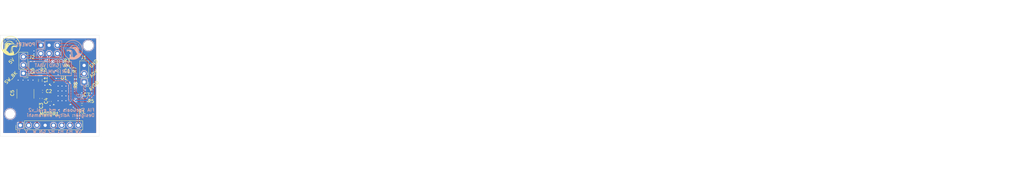
<source format=kicad_pcb>
(kicad_pcb (version 20241229) (generator "pcbnew") (generator_version "9.0")
  (layers (0 "F.Cu" signal) (2 "B.Cu" signal) (13 "F.Paste" user) (15 "B.Paste" user) (5 "F.SilkS" user "F.Silkscreen") (7 "B.SilkS" user "B.Silkscreen") (1 "F.Mask" user) (3 "B.Mask" user) (25 "Edge.Cuts" user))
  (net 0 "")
  (net 1 "GND")
  (net 2 "Net-(U1-ILIM)")
  (net 3 "/PWM")
  (net 4 "/DIR")
  (net 5 "/SW_BK")
  (net 6 "Net-(U1-CP)")
  (net 7 "Net-(J1-Pin_2)")
  (net 8 "Net-(U1-SW_BK)")
  (net 9 "/W")
  (net 10 "/H3")
  (net 11 "/H1")
  (net 12 "/H2")
  (net 13 "/FGOUT")
  (net 14 "/U")
  (net 15 "/V")
  (net 16 "Net-(U1-SLEW)")
  (net 17 "Net-(U1-ADVANCE)")
  (net 18 "/AVDD")
  (net 19 "/Vbat")
  (net 20 "/5V")
  (net 21 "Net-(U1-VSEL_BK)")
  (net 22 "Net-(U1-CPH)")
  (net 23 "Net-(U1-CPL)")
  (net 25 "/nFault")
  (net 29 "Net-(J2-Pin_2)")
  (footprint "Resistor_SMD:R_0603_1608Metric" (layer "F.Cu") (at 105.845067 43.465046 180)
    (property "Reference" "R4" (at -2.604933 0.265046 0) (layer "F.SilkS") (effects (font (thickness 0.17))))
    (property "Value" "20k")
    (pad "1" smd roundrect (at -0.825 0 180) (size 0.8 0.95) (layers "F.Cu" "F.Mask" "F.Paste") (net 2 "Net-(U1-ILIM)"))
    (pad "2" smd roundrect (at 0.825 0 180) (size 0.8 0.95) (layers "F.Cu" "F.Mask" "F.Paste") (net 1 "GND"))
  )
  (footprint "Resistor_SMD:R_0402_1005Metric" (layer "F.Cu") (at 109.6 45.85)
    (property "Reference" "R7" (at 1.2 -1.4 90) (layer "F.SilkS") (effects (font (thickness 0.17))))
    (property "Value" "22k")
    (pad "1" smd roundrect (at -0.509999 0) (size 0.54 0.64) (layers "F.Cu" "F.Mask" "F.Paste") (net 17 "Net-(U1-ADVANCE)"))
    (pad "2" smd roundrect (at 0.509999 0) (size 0.54 0.64) (layers "F.Cu" "F.Mask" "F.Paste") (net 7 "Net-(J1-Pin_2)"))
  )
  (footprint "Capacitor_SMD:C_0402_1005Metric" (layer "F.Cu") (at 100.922267 51.072484)
    (property "Reference" "C2" (at 1.9378 -0.02 0) (layer "F.SilkS") (effects (font (thickness 0.17))))
    (property "Value" "47nF")
    (pad "1" smd roundrect (at -0.48 0) (size 0.56 0.62) (layers "F.Cu" "F.Mask" "F.Paste") (net 22 "Net-(U1-CPH)"))
    (pad "2" smd roundrect (at 0.48 0) (size 0.56 0.62) (layers "F.Cu" "F.Mask" "F.Paste") (net 23 "Net-(U1-CPL)"))
  )
  (footprint "MotorDriver:RGF0040E-IPC_A" (layer "F.Cu") (at 106.890994 51.702447)
    (property "Reference" "U1" (at 0.609006 -4.702447 0) (layer "F.SilkS") (effects (font (thickness 0.17))))
    (property "Value" "MCT8316Z0TRGFR")
    (pad "1" smd rect (at -2.503033 -2.75 90) (size 0.242473 0.906066) (layers "F.Cu" "F.Mask" "F.Paste"))
    (pad "2" smd rect (at -2.503033 -2.250001 90) (size 0.242473 0.906066) (layers "F.Cu" "F.Mask" "F.Paste") (net 1 "GND"))
    (pad "3" smd rect (at -2.503033 -1.749999 90) (size 0.242473 0.906066) (layers "F.Cu" "F.Mask" "F.Paste") (net 5 "/SW_BK"))
    (pad "4" smd rect (at -2.503033 -1.25 90) (size 0.242473 0.906066) (layers "F.Cu" "F.Mask" "F.Paste") (net 1 "GND"))
    (pad "5" smd rect (at -2.503033 -0.750001 90) (size 0.242473 0.906066) (layers "F.Cu" "F.Mask" "F.Paste") (net 8 "Net-(U1-SW_BK)"))
    (pad "6" smd rect (at -2.503033 -0.25 90) (size 0.242473 0.906066) (layers "F.Cu" "F.Mask" "F.Paste") (net 23 "Net-(U1-CPL)"))
    (pad "7" smd rect (at -2.503033 0.25 90) (size 0.242473 0.906066) (layers "F.Cu" "F.Mask" "F.Paste") (net 22 "Net-(U1-CPH)"))
    (pad "8" smd rect (at -2.503033 0.750001 90) (size 0.242473 0.906066) (layers "F.Cu" "F.Mask" "F.Paste") (net 6 "Net-(U1-CP)"))
    (pad "9" smd rect (at -2.503033 1.25 90) (size 0.242473 0.906066) (layers "F.Cu" "F.Mask" "F.Paste") (net 19 "/Vbat"))
    (pad "10" smd rect (at -2.503033 1.749999 90) (size 0.242473 0.906066) (layers "F.Cu" "F.Mask" "F.Paste") (net 19 "/Vbat"))
    (pad "11" smd rect (at -2.503033 2.250001 90) (size 0.242473 0.906066) (layers "F.Cu" "F.Mask" "F.Paste") (net 19 "/Vbat"))
    (pad "12" smd rect (at -2.503033 2.75 90) (size 0.242473 0.906066) (layers "F.Cu" "F.Mask" "F.Paste") (net 1 "GND"))
    (pad "13" smd rect (at -1.749999 3.503033) (size 0.242473 0.906066) (layers "F.Cu" "F.Mask" "F.Paste") (net 14 "/U"))
    (pad "14" smd rect (at -1.25 3.503033) (size 0.242473 0.906066) (layers "F.Cu" "F.Mask" "F.Paste") (net 14 "/U"))
    (pad "15" smd rect (at -0.750001 3.503033) (size 0.242473 0.906066) (layers "F.Cu" "F.Mask" "F.Paste") (net 1 "GND"))
    (pad "16" smd rect (at -0.25 3.503033) (size 0.242473 0.906066) (layers "F.Cu" "F.Mask" "F.Paste") (net 15 "/V"))
    (pad "17" smd rect (at 0.25 3.503033) (size 0.242473 0.906066) (layers "F.Cu" "F.Mask" "F.Paste") (net 15 "/V"))
    (pad "18" smd rect (at 0.750001 3.503033) (size 0.242473 0.906066) (layers "F.Cu" "F.Mask" "F.Paste") (net 1 "GND"))
    (pad "19" smd rect (at 1.25 3.503033) (size 0.242473 0.906066) (layers "F.Cu" "F.Mask" "F.Paste") (net 9 "/W"))
    (pad "20" smd rect (at 1.749999 3.503033) (size 0.242473 0.906066) (layers "F.Cu" "F.Mask" "F.Paste") (net 9 "/W"))
    (pad "21" smd rect (at 2.503033 2.75 90) (size 0.242473 0.906066) (layers "F.Cu" "F.Mask" "F.Paste") (net 1 "GND"))
    (pad "22" smd rect (at 2.503033 2.250001 90) (size 0.242473 0.906066) (layers "F.Cu" "F.Mask" "F.Paste") (net 25 "/nFault"))
    (pad "23" smd rect (at 2.503033 1.749999 90) (size 0.242473 0.906066) (layers "F.Cu" "F.Mask" "F.Paste") (net 20 "/5V"))
    (pad "24" smd rect (at 2.503033 1.25 90) (size 0.242473 0.906066) (layers "F.Cu" "F.Mask" "F.Paste") (net 21 "Net-(U1-VSEL_BK)"))
    (pad "25" smd rect (at 2.503033 0.750001 90) (size 0.242473 0.906066) (layers "F.Cu" "F.Mask" "F.Paste") (net 18 "/AVDD"))
    (pad "26" smd rect (at 2.503033 0.25 90) (size 0.242473 0.906066) (layers "F.Cu" "F.Mask" "F.Paste") (net 1 "GND"))
    (pad "27" smd rect (at 2.503033 -0.25 90) (size 0.242473 0.906066) (layers "F.Cu" "F.Mask" "F.Paste") (net 11 "/H1"))
    (pad "28" smd rect (at 2.503033 -0.750001 90) (size 0.242473 0.906066) (layers "F.Cu" "F.Mask" "F.Paste"))
    (pad "29" smd rect (at 2.503033 -1.25 90) (size 0.242473 0.906066) (layers "F.Cu" "F.Mask" "F.Paste") (net 12 "/H2"))
    (pad "30" smd rect (at 2.503033 -1.749999 90) (size 0.242473 0.906066) (layers "F.Cu" "F.Mask" "F.Paste"))
    (pad "31" smd rect (at 2.503033 -2.250001 90) (size 0.242473 0.906066) (layers "F.Cu" "F.Mask" "F.Paste") (net 10 "/H3"))
    (pad "32" smd rect (at 2.503033 -2.75 90) (size 0.242473 0.906066) (layers "F.Cu" "F.Mask" "F.Paste"))
    (pad "33" smd rect (at 1.749999 -3.503033) (size 0.242473 0.906066) (layers "F.Cu" "F.Mask" "F.Paste") (net 18 "/AVDD"))
    (pad "34" smd rect (at 1.25 -3.503033) (size 0.242473 0.906066) (layers "F.Cu" "F.Mask" "F.Paste") (net 16 "Net-(U1-SLEW)"))
    (pad "35" smd rect (at 0.750001 -3.503033) (size 0.242473 0.906066) (layers "F.Cu" "F.Mask" "F.Paste") (net 17 "Net-(U1-ADVANCE)"))
    (pad "36" smd rect (at 0.25 -3.503033) (size 0.242473 0.906066) (layers "F.Cu" "F.Mask" "F.Paste") (net 4 "/DIR"))
    (pad "37" smd rect (at -0.25 -3.503033) (size 0.242473 0.906066) (layers "F.Cu" "F.Mask" "F.Paste") (net 2 "Net-(U1-ILIM)"))
    (pad "38" smd rect (at -0.750001 -3.503033) (size 0.242473 0.906066) (layers "F.Cu" "F.Mask" "F.Paste") (net 1 "GND"))
    (pad "39" smd rect (at -1.25 -3.503033) (size 0.242473 0.906066) (layers "F.Cu" "F.Mask" "F.Paste") (net 3 "/PWM"))
    (pad "40" smd rect (at -1.749999 -3.503033) (size 0.242473 0.906066) (layers "F.Cu" "F.Mask" "F.Paste") (net 13 "/FGOUT"))
    (pad "41" smd rect (at 0 0) (size 3.8 5.800001) (layers "F.Cu" "F.Mask") (net 1 "GND"))
  )
  (footprint "Connector_PinHeader_2.54mm:PinHeader_1x03_P2.54mm_Vertical" (layer "F.Cu") (at 113.7 48.19 180)
    (property "Reference" "J1" (at 0.15 7.49 0) (layer "F.SilkS") (effects (font (thickness 0.17) (bold yes))))
    (property "Value" "Conn_01x03")
    (pad "1" thru_hole rect (at 0 0 180) (size 1.7 1.7) (drill 1) (layers "*.Cu" "*.Mask") (net 18 "/AVDD"))
    (pad "2" thru_hole circle (at 0 2.54 180) (size 1.7 1.7) (drill 1) (layers "*.Cu" "*.Mask") (net 7 "Net-(J1-Pin_2)"))
    (pad "3" thru_hole circle (at 0 5.08 180) (size 1.7 1.7) (drill 1) (layers "*.Cu" "*.Mask") (net 1 "GND"))
  )
  (footprint "LOGO" (layer "F.Cu") (at 91.15 37.1)
    (property "Reference" "G***" (hide yes))
    (property "Value" "LOGO" (hide yes))
  )
  (footprint "Resistor_SMD:R_0603_1608Metric" (layer "F.Cu") (at 101.165067 42.852484 180)
    (property "Reference" "R2" (at 0 -1.647516 0) (layer "F.SilkS") (effects (font (thickness 0.17))))
    (property "Value" "5k1")
    (pad "1" smd roundrect (at -0.825 0 180) (size 0.8 0.95) (layers "F.Cu" "F.Mask" "F.Paste") (net 18 "/AVDD"))
    (pad "2" smd roundrect (at 0.825 0 180) (size 0.8 0.95) (layers "F.Cu" "F.Mask" "F.Paste") (net 13 "/FGOUT"))
  )
  (footprint "Inductor_SMD:L_0805_2012Metric" (layer "F.Cu") (at 100.240994 47.702447 90)
    (property "Reference" "L1" (at 0.249963 1.669073 90) (layer "F.SilkS") (effects (font (thickness 0.17))))
    (property "Value" "47uH")
    (pad "1" smd roundrect (at -1.0625 0 90) (size 0.875 1.2) (layers "F.Cu" "F.Mask" "F.Paste") (net 8 "Net-(U1-SW_BK)"))
    (pad "2" smd roundrect (at 1.0625 0 90) (size 0.875 1.2) (layers "F.Cu" "F.Mask" "F.Paste") (net 5 "/SW_BK"))
  )
  (footprint "Capacitor_SMD:C_2220_5750Metric" (layer "F.Cu") (at 95.689867 51.834484 90)
    (property "Reference" "C5" (at 0.232 -4.0298 90) (layer "F.SilkS") (effects (font (thickness 0.17))))
    (property "Value" "22uF")
    (pad "1" smd roundrect (at -2.55 0 90) (size 1.8 5.4) (layers "F.Cu" "F.Mask" "F.Paste") (roundrect_rratio 0.138889) (net 19 "/Vbat"))
    (pad "2" smd roundrect (at 2.55 0 90) (size 1.8 5.4) (layers "F.Cu" "F.Mask" "F.Paste") (roundrect_rratio 0.138889) (net 1 "GND"))
  )
  (footprint "Connector_PinHeader_2.54mm:PinHeader_1x08_P2.54mm_Vertical" (layer "F.Cu") (at 94.125 61.5 90)
    (property "Reference" "MOTOR1" (at 3.5 8.875 0) (layer "F.SilkS") (effects (font (thickness 0.2) (bold yes))))
    (property "Value" "Conn_01x08")
    (pad "1" thru_hole rect (at 0 0 90) (size 1.7 1.7) (drill 1) (layers "*.Cu" "*.Mask") (net 14 "/U"))
    (pad "2" thru_hole circle (at 0 2.54 90) (size 1.7 1.7) (drill 1) (layers "*.Cu" "*.Mask") (net 15 "/V"))
    (pad "3" thru_hole circle (at 0 5.08 90) (size 1.7 1.7) (drill 1) (layers "*.Cu" "*.Mask") (net 9 "/W"))
    (pad "4" thru_hole circle (at 0 7.62 90) (size 1.7 1.7) (drill 1) (layers "*.Cu" "*.Mask") (net 1 "GND"))
    (pad "5" thru_hole circle (at 0 10.16 90) (size 1.7 1.7) (drill 1) (layers "*.Cu" "*.Mask") (net 12 "/H2"))
    (pad "6" thru_hole circle (at 0 12.7 90) (size 1.7 1.7) (drill 1) (layers "*.Cu" "*.Mask") (net 11 "/H1"))
    (pad "7" thru_hole circle (at 0 15.24 90) (size 1.7 1.7) (drill 1) (layers "*.Cu" "*.Mask") (net 10 "/H3"))
    (pad "8" thru_hole circle (at 0 17.78 90) (size 1.7 1.7) (drill 1) (layers "*.Cu" "*.Mask") (net 29 "Net-(J2-Pin_2)"))
  )
  (footprint "Capacitor_SMD:C_0402_1005Metric" (layer "F.Cu") (at 112.120067 51.985046 90)
    (property "Reference" "C7" (at -0.114954 2.329933 180) (layer "F.SilkS") (effects (font (thickness 0.17))))
    (property "Value" "1uF")
    (pad "1" smd roundrect (at -0.48 0 90) (size 0.56 0.62) (layers "F.Cu" "F.Mask" "F.Paste") (net 18 "/AVDD"))
    (pad "2" smd roundrect (at 0.48 0 90) (size 0.56 0.62) (layers "F.Cu" "F.Mask" "F.Paste") (net 1 "GND"))
  )
  (footprint "Capacitor_SMD:C_0402_1005Metric" (layer "F.Cu") (at 106.15 44.77 180)
    (property "Reference" "C1" (at -2.3 0.035046 0) (layer "F.SilkS") (effects (font (thickness 0.17))))
    (property "Value" "100nF")
    (pad "1" smd roundrect (at -0.48 0 180) (size 0.56 0.62) (layers "F.Cu" "F.Mask" "F.Paste") (net 2 "Net-(U1-ILIM)"))
    (pad "2" smd roundrect (at 0.48 0 180) (size 0.56 0.62) (layers "F.Cu" "F.Mask" "F.Paste") (net 1 "GND"))
  )
  (footprint "" (layer "F.Cu") (at 91 58)
    (property "Reference" "MH2" (hide yes))
    (property "Value" "" (hide yes))
    (pad "" np_thru_hole circle (at 0 0) (size 3.2 3.2) (drill 3) (layers "*.Cu" "*.Mask"))
  )
  (footprint "Resistor_SMD:R_0805_2012Metric" (layer "F.Cu") (at 113.05 54)
    (property "Reference" "R5" (at 2.75 0.1 0) (layer "F.SilkS") (effects (font (thickness 0.17))))
    (property "Value" "1M")
    (pad "1" smd roundrect (at -0.9125 0) (size 1.025 1.4) (layers "F.Cu" "F.Mask" "F.Paste") (roundrect_rratio 0.243902) (net 21 "Net-(U1-VSEL_BK)"))
    (pad "2" smd roundrect (at 0.9125 0) (size 1.025 1.4) (layers "F.Cu" "F.Mask" "F.Paste") (roundrect_rratio 0.243902) (net 18 "/AVDD"))
  )
  (footprint "Capacitor_SMD:C_0402_1005Metric" (layer "F.Cu") (at 103.270067 54.185046 -90)
    (property "Reference" "C4" (at -0.185046 1.270067 270) (layer "F.SilkS") (effects (font (thickness 0.17))))
    (property "Value" "0u1F")
    (pad "1" smd roundrect (at -0.48 0 270) (size 0.56 0.62) (layers "F.Cu" "F.Mask" "F.Paste") (net 19 "/Vbat"))
    (pad "2" smd roundrect (at 0.48 0 270) (size 0.56 0.62) (layers "F.Cu" "F.Mask" "F.Paste") (net 1 "GND"))
  )
  (footprint "Capacitor_SMD:C_0402_1005Metric" (layer "F.Cu") (at 98.980067 44.802484 90)
    (property "Reference" "C6" (at 0 -1.16 90) (layer "F.SilkS") (effects (font (thickness 0.17))))
    (property "Value" "22uF")
    (pad "1" smd roundrect (at -0.48 0 90) (size 0.56 0.62) (layers "F.Cu" "F.Mask" "F.Paste") (net 5 "/SW_BK"))
    (pad "2" smd roundrect (at 0.48 0 90) (size 0.56 0.62) (layers "F.Cu" "F.Mask" "F.Paste") (net 1 "GND"))
  )
  (footprint "Resistor_SMD:R_0402_1005Metric" (layer "F.Cu") (at 111.006067 47.313284 -90)
    (property "Reference" "R6" (at 1.836716 -0.093933 270) (layer "F.SilkS") (effects (font (thickness 0.17))))
    (property "Value" "47k")
    (pad "1" smd roundrect (at -0.509999 0 270) (size 0.54 0.64) (layers "F.Cu" "F.Mask" "F.Paste") (net 16 "Net-(U1-SLEW)"))
    (pad "2" smd roundrect (at 0.509999 0 270) (size 0.54 0.64) (layers "F.Cu" "F.Mask" "F.Paste") (net 18 "/AVDD"))
  )
  (footprint "Connector_PinHeader_2.54mm:PinHeader_1x03_P2.54mm_Vertical" (layer "F.Cu") (at 95.05 45.55 180)
    (property "Reference" "J2" (at -2.65 5 0) (layer "F.SilkS") (effects (font (thickness 0.17) (bold yes))))
    (property "Value" "Conn_01x03")
    (pad "1" thru_hole rect (at 0 0 180) (size 1.7 1.7) (drill 1) (layers "*.Cu" "*.Mask") (net 5 "/SW_BK"))
    (pad "2" thru_hole circle (at 0 2.54 180) (size 1.7 1.7) (drill 1) (layers "*.Cu" "*.Mask") (net 29 "Net-(J2-Pin_2)"))
    (pad "3" thru_hole circle (at 0 5.08 180) (size 1.7 1.7) (drill 1) (layers "*.Cu" "*.Mask") (net 20 "/5V"))
  )
  (footprint "" (layer "F.Cu") (at 115 37)
    (property "Reference" "MH1" (hide yes))
    (property "Value" "" (hide yes))
    (pad "" np_thru_hole circle (at 0 0) (size 3.2 3.2) (drill 3) (layers "*.Cu" "*.Mask"))
  )
  (footprint "Resistor_SMD:R_0603_1608Metric" (layer "F.Cu") (at 105.795067 41.915046)
    (property "Reference" "R3" (at 2.654933 -0.265046 0) (layer "F.SilkS") (effects (font (thickness 0.17))))
    (property "Value" "27k")
    (pad "1" smd roundrect (at -0.825 0) (size 0.8 0.95) (layers "F.Cu" "F.Mask" "F.Paste") (net 18 "/AVDD"))
    (pad "2" smd roundrect (at 0.825 0) (size 0.8 0.95) (layers "F.Cu" "F.Mask" "F.Paste") (net 2 "Net-(U1-ILIM)"))
  )
  (footprint "Resistor_SMD:R_0603_1608Metric" (layer "F.Cu") (at 113 55.9 180)
    (property "Reference" "R1" (at 0 -1.450067 0) (layer "F.SilkS") (effects (font (thickness 0.17))))
    (property "Value" "5k1")
    (pad "1" smd roundrect (at -0.825 0 180) (size 0.8 0.95) (layers "F.Cu" "F.Mask" "F.Paste") (net 18 "/AVDD"))
    (pad "2" smd roundrect (at 0.825 0 180) (size 0.8 0.95) (layers "F.Cu" "F.Mask" "F.Paste") (net 25 "/nFault"))
  )
  (footprint "Capacitor_SMD:C_0402_1005Metric" (layer "F.Cu") (at 100.445067 53.265046 -90)
    (property "Reference" "C3" (at 2.234954 -0.054933 90) (layer "F.SilkS") (effects (font (thickness 0.17))))
    (property "Value" "1uF")
    (pad "1" smd roundrect (at -0.48 0 270) (size 0.56 0.62) (layers "F.Cu" "F.Mask" "F.Paste") (net 6 "Net-(U1-CP)"))
    (pad "2" smd roundrect (at 0.48 0 270) (size 0.56 0.62) (layers "F.Cu" "F.Mask" "F.Paste") (net 19 "/Vbat"))
  )
  (footprint "LOGO" (layer "B.Cu") (at 110.25 38.35 180)
    (property "Reference" "G***" (hide yes))
    (property "Value" "LOGO" (hide yes))
  )
  (footprint "Connector_PinHeader_2.54mm:PinHeader_2x03_P2.54mm_Vertical" (layer "B.Cu") (at 100.4 36.925 -90)
    (property "Reference" "POWER1" (at -0.225 4.75 0) (layer "B.SilkS") (effects (font (thickness 0.2) (bold yes)) (justify mirror)))
    (property "Value" "Conn_02x03_Odd_Even" (hide yes))
    (pad "1" thru_hole rect (at 0 0 270) (size 1.7 1.7) (drill 1) (layers "*.Cu" "*.Mask") (net 19 "/Vbat"))
    (pad "2" thru_hole circle (at 2.54 0 270) (size 1.7 1.7) (drill 1) (layers "*.Cu" "*.Mask") (net 13 "/FGOUT"))
    (pad "3" thru_hole circle (at 0 -2.54 270) (size 1.7 1.7) (drill 1) (layers "*.Cu" "*.Mask") (net 1 "GND"))
    (pad "4" thru_hole circle (at 2.54 -2.54 270) (size 1.7 1.7) (drill 1) (layers "*.Cu" "*.Mask") (net 3 "/PWM"))
    (pad "5" thru_hole circle (at 0 -5.08 270) (size 1.7 1.7) (drill 1) (layers "*.Cu" "*.Mask") (net 20 "/5V"))
    (pad "6" thru_hole circle (at 2.54 -5.08 270) (size 1.7 1.7) (drill 1) (layers "*.Cu" "*.Mask") (net 4 "/DIR"))
  )
  (gr_poly (pts (xy 104.245067 52.952448) (xy 101.244992 52.952448) (xy 100.746661 53.602446) (xy 92.849994 53.602449) (xy 92.849993 55.252448) (xy 101.109996 55.252448) (xy 101.120067 55.265046) (xy 101.949994 54.502448) (xy 102.520067 53.952448) (xy 104.694993 53.952449) (xy 104.694992 52.952448)) (stroke (width 0.2)) (fill yes) (layer "F.Cu") (net 19))
  (gr_poly (pts (xy 93.099067 48.634084) (xy 98.299066 48.634086) (xy 98.299067 47.084084) (xy 93.099067 47.084083)) (stroke (width 0.2)) (fill yes) (layer "F.Cu") (net 1))
  (gr_rect (start 96.75 41.925) (end 109.8 46.275) (stroke (width 0.17)) (fill no) (layer "B.SilkS"))
  (gr_rect (start 87.8974 33.830638) (end 118.3774 64.850638) (stroke (width 0.05)) (fill no) (layer "Edge.Cuts"))
  (gr_text "ADV" (at 116 47.1 45) (layer "F.SilkS") (effects (font (size 1 1) (thickness 0.17)) (justify left bottom)))
  (gr_text "AVDD" (at 115.7 51.15 45) (layer "F.SilkS") (effects (font (size 1 1) (thickness 0.17)) (justify left bottom)))
  (gr_text "5V" (at 91.1 42.9 45) (layer "F.SilkS") (effects (font (size 1 1) (thickness 0.17)) (justify left bottom)))
  (gr_text "GND" (at 115.9 44.15 45) (layer "F.SilkS") (effects (font (size 1 1) (thickness 0.17) (bold yes)) (justify left bottom)))
  (gr_text "SW_BK" (at 89.85 49.1 45) (layer "F.SilkS") (effects (font (size 1 1) (thickness 0.17)) (justify left bottom)))
  (gr_text "SW H3 H1 H2 GN W  V  U" (at 113.15 64 0) (layer "B.SilkS") (effects (font (size 1 1) (thickness 0.17)) (justify left bottom mirror)))
  (gr_text "FIA SeeGoals : md_eval_v2\nDesigner: Aditya Dharamshi" (at 117 59 0) (layer "B.SilkS") (effects (font (size 1 1) (thickness 0.17)) (justify left bottom mirror)))
  (gr_text "5V|GND|VBAT" (at 108.85 43.7 0) (layer "B.SilkS") (effects (font (size 1 1) (thickness 0.17)) (justify left bottom mirror)))
  (gr_text "DIR|PWM|FGOUT" (at 109.5 45.6 0) (layer "B.SilkS") (effects (font (size 1 1) (thickness 0.17)) (justify left bottom mirror)))
  (segment (start 102.912447 50.452447) (end 104.387961 50.452447) (width 0.3) (layer "F.Cu") (net 1))
  (segment (start 99.843836 44.322484) (end 98.980067 44.322484) (width 0.3048) (layer "F.Cu") (net 1))
  (segment (start 102.098167 49.648167) (end 102.108167 49.648167) (width 0.3) (layer "F.Cu") (net 1))
  (segment (start 105.020067 43.465046) (end 105.020067 44.649933) (width 0.3) (layer "F.Cu") (net 1))
  (segment (start 105.720448 45.964665) (end 105.720448 45.902703) (width 0.3048) (layer "F.Cu") (net 1))
  (segment (start 105.020067 44.649933) (end 104.9 44.77) (width 0.3) (layer "F.Cu") (net 1))
  (segment (start 101.65 49.2) (end 102.098167 49.648167) (width 0.3) (layer "F.Cu") (net 1))
  (segment (start 99.891508 44.274812) (end 99.843836 44.322484) (width 0.3048) (layer "F.Cu") (net 1))
  (segment (start 112.960067 51.505046) (end 112.120067 51.505046) (width 0.3048) (layer "F.Cu") (net 1))
  (segment (start 105.67 44.77) (end 104.9 44.77) (width 0.3) (layer "F.Cu") (net 1))
  (segment (start 102.108167 49.648167) (end 102.912447 50.452447) (width 0.3) (layer "F.Cu") (net 1))
  (via (at 105.720448 45.964665) (size 0.6858) (drill 0.3048) (layers "F.Cu" "B.Cu") (net 1))
  (via (at 98.3 39.6) (size 0.6858) (drill 0.3048) (layers "F.Cu" "B.Cu") (net 1))
  (via (at 98.3 38.65) (size 0.6858) (drill 0.3048) (layers "F.Cu" "B.Cu") (net 1))
  (via (at 106.910067 50.952484) (size 0.6858) (drill 0.3048) (layers "F.Cu" "B.Cu") (net 1))
  (via (at 103.478799 49.260492) (size 0.6858) (drill 0.3048) (layers "F.Cu" "B.Cu") (net 1))
  (via (at 101.65 46.9) (size 0.6858) (drill 0.3048) (layers "F.Cu" "B.Cu") (net 1))
  (via (at 110.35 55.95) (size 0.6858) (drill 0.3048) (layers "F.Cu" "B.Cu") (net 1))
  (via (at 108.110066 50.952484) (size 0.6858) (drill 0.3048) (layers "F.Cu" "B.Cu") (net 1))
  (via (at 97.999066 47.634084) (size 0.6858) (drill 0.3048) (layers "F.Cu" "B.Cu") (net 1))
  (via (at 105.710065 53.952485) (size 0.6858) (drill 0.3048) (layers "F.Cu" "B.Cu") (net 1))
  (via (at 94.949067 47.634084) (size 0.6858) (drill 0.3048) (layers "F.Cu" "B.Cu") (net 1))
  (via (at 109.62 55.1) (size 0.6858) (drill 0.3048) (layers "F.Cu" "B.Cu") (net 1))
  (via (at 108.110066 49.452484) (size 0.6858) (drill 0.3048) (layers "F.Cu" "B.Cu") (net 1))
  (via (at 104.27 55.2) (size 0.6858) (drill 0.3048) (layers "F.Cu" "B.Cu") (net 1))
  (via (at 101.65 48.2) (size 0.6858) (drill 0.3048) (layers "F.Cu" "B.Cu") (net 1))
  (via (at 112.960067 51.505046) (size 0.6858) (drill 0.3048) (layers "F.Cu" "B.Cu") (net 1))
  (via (at 103.26 55.42) (size 0.6858) (drill 0.3048) (layers "F.Cu" "B.Cu") (net 1))
  (via (at 106.910066 52.452486) (size 0.6858) (drill 0.3048) (layers "F.Cu" "B.Cu") (net 1))
  (via (at 99.891508 44.274812) (size 0.6858) (drill 0.3048) (layers "F.Cu" "B.Cu") (net 1))
  (via (at 105.860067 56.812484) (size 0.6858) (drill 0.3048) (layers "F.Cu" "B.Cu") (net 1))
  (via (at 101.65 49.2) (size 0.6858) (drill 0.3048) (layers "F.Cu" "B.Cu") (net 1))
  (via (at 96.499067 47.634084) (size 0.6858) (drill 0.3048) (layers "F.Cu" "B.Cu") (net 1))
  (via (at 108.55 43.15) (size 0.6858) (drill 0.3048) (layers "F.Cu" "B.Cu") (net 1))
  (via (at 110.2 44.7) (size 0.6858) (drill 0.3048) (layers "F.Cu" "B.Cu") (net 1))
  (via (at 109.4 43.9) (size 0.6858) (drill 0.3048) (layers "F.Cu" "B.Cu") (net 1))
  (via (at 105.710067 49.452484) (size 0.6858) (drill 0.3048) (layers "F.Cu" "B.Cu") (net 1))
  (via (at 106.910067 53.952485) (size 0.6858) (drill 0.3048) (layers "F.Cu" "B.Cu") (net 1))
  (via (at 106.910067 49.452484) (size 0.6858) (drill 0.3048) (layers "F.Cu" "B.Cu") (net 1))
  (via (at 108.110067 53.952485) (size 0.6858) (drill 0.3048) (layers "F.Cu" "B.Cu") (net 1))
  (via (at 108.110066 52.452485) (size 0.6858) (drill 0.3048) (layers "F.Cu" "B.Cu") (net 1))
  (via (at 109.35 39.9) (size 0.6858) (drill 0.3048) (layers "F.Cu" "B.Cu") (net 1))
  (via (at 109.35 38.85) (size 0.6858) (drill 0.3048) (layers "F.Cu" "B.Cu") (net 1))
  (via (at 107.823966 56.595046) (size 0.6858) (drill 0.3048) (layers "F.Cu" "B.Cu") (net 1))
  (via (at 105.710065 50.952485) (size 0.6858) (drill 0.3048) (layers "F.Cu" "B.Cu") (net 1))
  (via (at 104.9 44.77) (size 0.6858) (drill 0.3048) (layers "F.Cu" "B.Cu") (net 1))
  (via (at 93.449068 47.634084) (size 0.6858) (drill 0.3048) (layers "F.Cu" "B.Cu") (net 1))
  (via (at 105.710065 52.452485) (size 0.6858) (drill 0.3048) (layers "F.Cu" "B.Cu") (net 1))
  (via (at 98.4 41.9) (size 0.6858) (drill 0.3048) (layers "F.Cu" "B.Cu") (net 1))
  (via (at 97.35 41.9) (size 0.6858) (drill 0.3048) (layers "F.Cu" "B.Cu") (net 1))
  (segment (start 102 61.230113) (end 101.765067 61.465046) (width 0.3) (layer "B.Cu") (net 1))
  (segment (start 99.891508 44.274812) (end 99.901274 44.265046) (width 0.3048) (layer "B.Cu") (net 1))
  (segment (start 99.901274 44.265046) (end 99.906029 44.265046) (width 0.3048) (layer "B.Cu") (net 1))
  (segment (start 106.645994 44.932446) (end 106.615992 44.902446) (width 0.3048) (layer "F.Cu") (net 2))
  (segment (start 106.615995 43.557445) (end 106.670993 43.502446) (width 0.3048) (layer "F.Cu") (net 2))
  (segment (start 106.615992 44.902446) (end 106.615995 43.557445) (width 0.3048) (layer "F.Cu") (net 2))
  (segment (start 106.565994 43.502447) (end 106.565994 41.902447) (width 0.3048) (layer "F.Cu") (net 2))
  (segment (start 106.645994 48.149413) (end 106.645994 44.932446) (width 0.3048) (layer "F.Cu") (net 2))
  (segment (start 102.94 39.465) (end 102.8 39.605) (width 0.3048) (layer "F.Cu") (net 3))
  (segment (start 102.8 39.605) (end 102.8 44.1) (width 0.3048) (layer "F.Cu") (net 3))
  (segment (start 105.640994 46.940994) (end 105.640994 48.199414) (width 0.3048) (layer "F.Cu") (net 3))
  (segment (start 102.8 44.1) (end 105.640994 46.940994) (width 0.3048) (layer "F.Cu") (net 3))
  (segment (start 107.151794 46.693047) (end 107.151794 46.208319) (width 0.3048) (layer "F.Cu") (net 4))
  (segment (start 107.151794 46.874957) (end 107.151794 46.693047) (width 0.3048) (layer "F.Cu") (net 4))
  (segment (start 105.565022 39.465) (end 105.48 39.465) (width 0.3048) (layer "F.Cu") (net 4))
  (segment (start 107.748629 45.611484) (end 107.770067 45.611484) (width 0.3048) (layer "F.Cu") (net 4))
  (segment (start 107.151794 48.199414) (end 107.151794 47.112067) (width 0.3048) (layer "F.Cu") (net 4))
  (segment (start 107.770067 41.670045) (end 105.565022 39.465) (width 0.3048) (layer "F.Cu") (net 4))
  (segment (start 107.151794 46.693047) (end 107.151794 46.693048) (width 0.3048) (layer "F.Cu") (net 4))
  (segment (start 107.770067 45.611484) (end 107.770067 41.670045) (width 0.3048) (layer "F.Cu") (net 4))
  (segment (start 107.151794 46.208319) (end 107.748629 45.611484) (width 0.3048) (layer "F.Cu") (net 4))
  (segment (start 107.151794 47.112067) (end 107.151794 46.874957) (width 0.3048) (layer "F.Cu") (net 4))
  (segment (start 102.751067 49.531067) (end 102.751067 46.051067) (width 0.3) (layer "F.Cu") (net 5))
  (segment (start 99.339947 46.639947) (end 100.240994 46.639947) (width 0.3) (layer "F.Cu") (net 5))
  (segment (start 98.980067 45.282484) (end 101.982484 45.282484) (width 0.3048) (layer "F.Cu") (net 5))
  (segment (start 103.172448 49.952448) (end 102.751067 49.531067) (width 0.3) (layer "F.Cu") (net 5))
  (segment (start 104.387961 49.952448) (end 103.172448 49.952448) (width 0.3) (layer "F.Cu") (net 5))
  (segment (start 95.05 45.55) (end 95.317516 45.282484) (width 0.3) (layer "F.Cu") (net 5))
  (segment (start 98.980067 46.280067) (end 99.339947 46.639947) (width 0.3) (layer "F.Cu") (net 5))
  (segment (start 98.980067 45.282484) (end 98.980067 46.280067) (width 0.3) (layer "F.Cu") (net 5))
  (segment (start 95.317516 45.282484) (end 98.980067 45.282484) (width 0.3) (layer "F.Cu") (net 5))
  (segment (start 99.030067 45.252484) (end 99.050067 45.232484) (width 0.3048) (layer "F.Cu") (net 5))
  (segment (start 101.982484 45.282484) (end 102.751067 46.051067) (width 0.3048) (layer "F.Cu") (net 5))
  (segment (start 104.387961 52.452448) (end 100.777665 52.452448) (width 0.3) (layer "F.Cu") (net 6))
  (segment (start 100.777665 52.452448) (end 100.445067 52.785046) (width 0.3) (layer "F.Cu") (net 6))
  (segment (start 113.5 45.85) (end 113.7 45.65) (width 0.3) (layer "F.Cu") (net 7))
  (segment (start 110.109999 45.85) (end 113.5 45.85) (width 0.3) (layer "F.Cu") (net 7))
  (segment (start 100.25 49.83) (end 100.25 49.65) (width 0.3) (layer "F.Cu") (net 8))
  (segment (start 101.74 50.09) (end 100.51 50.09) (width 0.3) (layer "F.Cu") (net 8))
  (segment (start 100.601527 48.964949) (end 100.244027 48.964949) (width 0.3048) (layer "F.Cu") (net 8))
  (segment (start 100.25 49.65) (end 100.240994 49.640994) (width 0.3) (layer "F.Cu") (net 8))
  (segment (start 100.51 50.09) (end 100.25 49.83) (width 0.3) (layer "F.Cu") (net 8))
  (segment (start 102.602446 50.952446) (end 101.74 50.09) (width 0.3) (layer "F.Cu") (net 8))
  (segment (start 100.240994 49.640994) (end 100.240994 48.764947) (width 0.3) (layer "F.Cu") (net 8))
  (segment (start 104.387961 50.952446) (end 102.602446 50.952446) (width 0.3) (layer "F.Cu") (net 8))
  (segment (start 108.400002 55.252549) (end 108.400002 55.762419) (width 0.762) (layer "F.Cu") (net 9))
  (segment (start 108.400002 55.762419) (end 108.857552 56.219969) (width 0.762) (layer "F.Cu") (net 9))
  (segment (start 108.857552 56.219969) (end 108.857552 58.042448) (width 0.762) (layer "F.Cu") (net 9))
  (segment (start 108.400067 55.252484) (end 108.400002 55.252549) (width 0.762) (layer "F.Cu") (net 9))
  (segment (start 108.857552 58.042448) (end 107.3 59.6) (width 0.762) (layer "F.Cu") (net 9))
  (segment (start 99.785113 59.6) (end 99.225066 60.160047) (width 0.762) (layer "F.Cu") (net 9))
  (segment (start 99.225066 60.160047) (end 99.225066 61.465046) (width 0.762) (layer "F.Cu") (net 9))
  (segment (start 107.3 59.6) (end 99.785113 59.6) (width 0.762) (layer "F.Cu") (net 9))
  (segment (start 114.380031 49.452448) (end 116.4 51.472417) (width 0.3048) (layer "F.Cu") (net 10))
  (segment (start 113.9 59.75) (end 111.100113 59.75) (width 0.3048) (layer "F.Cu") (net 10))
  (segment (start 116.4 51.472417) (end 116.4 57.25) (width 0.3048) (layer "F.Cu") (net 10))
  (segment (start 111.100113 59.75) (end 109.385067 61.465046) (width 0.3048) (layer "F.Cu") (net 10))
  (segment (start 116.4 57.25) (end 113.9 59.75) (width 0.3048) (layer "F.Cu") (net 10))
  (segment (start 109.390994 49.452447) (end 114.380031 49.452448) (width 0.3048) (layer "F.Cu") (net 10))
  (segment (start 110.790103 50.652448) (end 113.460031 50.652448) (width 0.3048) (layer "F.Cu") (net 11))
  (segment (start 113.2 58.15) (end 110.160113 58.15) (width 0.3048) (layer "F.Cu") (net 11))
  (segment (start 110.160113 58.15) (end 106.845067 61.465046) (width 0.3048) (layer "F.Cu") (net 11))
  (segment (start 115 52.192417) (end 115 56.35) (width 0.3048) (layer "F.Cu") (net 11))
  (segment (start 109.990104 51.452447) (end 110.790103 50.652448) (width 0.3048) (layer "F.Cu") (net 11))
  (segment (start 113.460031 50.652448) (end 115 52.192417) (width 0.3048) (layer "F.Cu") (net 11))
  (segment (start 115 56.35) (end 113.2 58.15) (width 0.3048) (layer "F.Cu") (net 11))
  (segment (start 109.390994 51.452447) (end 109.990104 51.452447) (width 0.3048) (layer "F.Cu") (net 11))
  (segment (start 115.75 51.884487) (end 115.75 56.8) (width 0.3048) (layer "F.Cu") (net 12))
  (segment (start 115.75 56.8) (end 113.6 58.95) (width 0.3048) (layer "F.Cu") (net 12))
  (segment (start 110.2 58.95) (end 108.048467 61.101533) (width 0.3048) (layer "F.Cu") (net 12))
  (segment (start 110.124927 50.452447) (end 110.574927 50.002449) (width 0.3048) (layer "F.Cu") (net 12))
  (segment (start 109.390994 50.452447) (end 110.124927 50.452447) (width 0.3048) (layer "F.Cu") (net 12))
  (segment (start 110.574927 50.002449) (end 113.867962 50.002449) (width 0.3048) (layer "F.Cu") (net 12))
  (segment (start 105.740021 62.9) (end 104.305067 61.465046) (width 0.3048) (layer "F.Cu") (net 12))
  (segment (start 108.048467 61.101533) (end 108.048467 62.251533) (width 0.3048) (layer "F.Cu") (net 12))
  (segment (start 107.4 62.9) (end 105.740021 62.9) (width 0.3048) (layer "F.Cu") (net 12))
  (segment (start 113.6 58.95) (end 110.2 58.95) (width 0.3048) (layer "F.Cu") (net 12))
  (segment (start 108.048467 62.251533) (end 107.4 62.9) (width 0.3048) (layer "F.Cu") (net 12))
  (segment (start 113.867962 50.002449) (end 115.75 51.884487) (width 0.3048) (layer "F.Cu") (net 12))
  (segment (start 100.340067 42.852484) (end 100.340067 39.590047) (width 0.3048) (layer "F.Cu") (net 13))
  (segment (start 105.140995 47.600995) (end 105.140995 48.199414) (width 0.3048) (layer "F.Cu") (net 13))
  (segment (start 100.340067 39.590047) (end 100.475068 39.455046) (width 0.3048) (layer "F.Cu") (net 13))
  (segment (start 100.340067 42.852484) (end 100.392484 42.852484) (width 0.3048) (layer "F.Cu") (net 13))
  (segment (start 100.392484 42.852484) (end 105.140995 47.600995) (width 0.3048) (layer "F.Cu") (net 13))
  (segment (start 100.475068 39.455046) (end 100.475068 39.620047) (width 0.3048) (layer "F.Cu") (net 13))
  (segment (start 105.4 55.787551) (end 104.522505 56.665046) (width 0.762) (layer "F.Cu") (net 14))
  (segment (start 94.145067 58.240046) (end 94.145067 61.465046) (width 0.762) (layer "F.Cu") (net 14))
  (segment (start 104.522505 56.665046) (end 95.720067 56.665046) (width 0.762) (layer "F.Cu") (net 14))
  (segment (start 95.720067 56.665046) (end 94.145067 58.240046) (width 0.762) (layer "F.Cu") (net 14))
  (segment (start 105.4 55.212448) (end 105.4 55.787551) (width 0.762) (layer "F.Cu") (net 14))
  (segment (start 106.030367 58.105046) (end 98.080067 58.105046) (width 0.762) (layer "F.Cu") (net 15))
  (segment (start 98.080067 58.105046) (end 96.685067 59.500046) (width 0.762) (layer "F.Cu") (net 15))
  (segment (start 106.900066 57.235347) (end 106.030367 58.105046) (width 0.762) (layer "F.Cu") (net 15))
  (segment (start 96.685067 59.500046) (end 96.685067 61.465046) (width 0.762) (layer "F.Cu") (net 15))
  (segment (start 106.900066 55.202483) (end 106.900066 57.235347) (width 0.762) (layer "F.Cu") (net 15))
  (segment (start 106.890067 55.192484) (end 106.900066 55.202483) (width 0.762) (layer "F.Cu") (net 15))
  (segment (start 108.163394 47.539757) (end 108.163394 48.177014) (width 0.3048) (layer "F.Cu") (net 16))
  (segment (start 111.006067 46.803285) (end 108.899866 46.803285) (width 0.3048) (layer "F.Cu") (net 16))
  (segment (start 108.899866 46.803285) (end 108.163394 47.539757) (width 0.3048) (layer "F.Cu") (net 16))
  (segment (start 107.657594 47.283557) (end 107.657594 48.199414) (width 0.3048) (layer "F.Cu") (net 17))
  (segment (start 109.024867 45.916284) (end 107.657594 47.283557) (width 0.3048) (layer "F.Cu") (net 17))
  (segment (start 112.107469 52.452448) (end 112.120067 52.465046) (width 0.3) (layer "F.Cu") (net 18))
  (segment (start 113.9625 53.349134) (end 113.163347 52.549981) (width 0.3) (layer "F.Cu") (net 18))
  (segment (start 113.9625 54) (end 113.9625 53.349134) (width 0.3) (layer "F.Cu") (net 18))
  (segment (start 113.9625 54) (end 113.9625 55.7625) (width 0.3) (layer "F.Cu") (net 18))
  (segment (start 101.990067 42.852484) (end 101.990067 41.909933) (width 0.3048) (layer "F.Cu") (net 18))
  (segment (start 111 48.5) (end 111.006067 48.506067) (width 0.3) (layer "F.Cu") (net 18))
  (segment (start 111.006067 47.823283) (end 111.006067 48.75) (width 0.3) (layer "F.Cu") (net 18))
  (segment (start 108.669194 48.199414) (end 109.849414 48.199414) (width 0.3048) (layer "F.Cu") (net 18))
  (segment (start 109.849414 48.199414) (end 110.4 48.75) (width 0.3048) (layer "F.Cu") (net 18))
  (segment (start 112.120067 52.445046) (end 112.120067 52.545046) (width 0.3048) (layer "F.Cu") (net 18))
  (segment (start 101.990067 42.885046) (end 101.990067 42.852484) (width 0.3048) (layer "F.Cu") (net 18))
  (segment (start 102 41.9) (end 102 41.7203) (width 0.3048) (layer "F.Cu") (net 18))
  (segment (start 110.4 48.75) (end 111.006067 48.75) (width 0.3048) (layer "F.Cu") (net 18))
  (segment (start 101.990067 42.852484) (end 102.252484 42.852484) (width 0.3048) (layer "F.Cu") (net 18))
  (segment (start 104.015046 41.915046) (end 104.970067 41.915046) (width 0.3) (layer "F.Cu") (net 18))
  (segment (start 111.006067 48.506067) (end 111.006067 48.75) (width 0.3) (layer "F.Cu") (net 18))
  (segment (start 104 41.9) (end 104.015046 41.915046) (width 0.3) (layer "F.Cu") (net 18))
  (segment (start 109.394027 52.452448) (end 112.107469 52.452448) (width 0.3) (layer "F.Cu") (net 18))
  (segment (start 113.9625 55.7625) (end 113.825 55.9) (width 0.3) (layer "F.Cu") (net 18))
  (segment (start 113.163347 52.549981) (end 113.163347 52.545764) (width 0.3048) (layer "F.Cu") (net 18))
  (segment (start 113.163347 52.545764) (end 113.162629 52.545046) (width 0.3048) (layer "F.Cu") (net 18))
  (segment (start 113.163347 52.58569) (end 113.163347 52.549981) (width 0.3048) (layer "F.Cu") (net 18))
  (segment (start 113.078412 52.465046) (end 113.163347 52.549981) (width 0.3048) (layer "F.Cu") (net 18))
  (segment (start 101.990067 41.909933) (end 102 41.9) (width 0.3048) (layer "F.Cu") (net 18))
  (segment (start 112.120067 52.465046) (end 113.078412 52.465046) (width 0.3048) (layer "F.Cu") (net 18))
  (segment (start 112.120067 52.545046) (end 112.047505 52.472484) (width 0.3048) (layer "F.Cu") (net 18))
  (via (at 102 41.7203) (size 0.6858) (drill 0.3048) (layers "F.Cu" "B.Cu") (net 18))
  (via (at 113.163347 52.549981) (size 0.6858) (drill 0.3048) (layers "F.Cu" "B.Cu") (net 18))
  (via (at 104 41.9) (size 0.6858) (drill 0.3048) (layers "F.Cu" "B.Cu") (net 18))
  (via (at 111.006067 48.75) (size 0.6858) (drill 0.3048) (layers "F.Cu" "B.Cu") (net 18))
  (segment (start 102.6703 41.7203) (end 102.85 41.9) (width 0.3048) (layer "B.Cu") (net 18))
  (segment (start 102.85 41.9) (end 104 41.9) (width 0.3048) (layer "B.Cu") (net 18))
  (segment (start 113.75 51.963328) (end 113.75 48.24) (width 0.3) (layer "B.Cu") (net 18))
  (segment (start 113.7 48.19) (end 113.14 48.75) (width 0.3) (layer "B.Cu") (net 18))
  (segment (start 111.006067 51.506067) (end 112.049981 52.549981) (width 0.3048) (layer "B.Cu") (net 18))
  (segment (start 108.45 41.9) (end 104 41.9) (width 0.3) (layer "B.Cu") (net 18))
  (segment (start 113.75 48.24) (end 113.7 48.19) (width 0.3) (layer "B.Cu") (net 18))
  (segment (start 111.006067 48.75) (end 111.006067 51.506067) (width 0.3048) (layer "B.Cu") (net 18))
  (segment (start 113.163347 52.549981) (end 113.75 51.963328) (width 0.3) (layer "B.Cu") (net 18))
  (segment (start 102 41.7203) (end 102.6703 41.7203) (width 0.3048) (layer "B.Cu") (net 18))
  (segment (start 112.049981 52.549981) (end 113.163347 52.549981) (width 0.3048) (layer "B.Cu") (net 18))
  (segment (start 111.006067 48.75) (end 111.006067 44.456067) (width 0.3) (layer "B.Cu") (net 18))
  (segment (start 111.006067 44.456067) (end 108.45 41.9) (width 0.3) (layer "B.Cu") (net 18))
  (segment (start 92.464505 54.384484) (end 91.05 52.969979) (width 1.8) (layer "F.Cu") (net 19))
  (segment (start 91.05 52.969979) (end 91.05 39.2) (width 1.8) (layer "F.Cu") (net 19))
  (segment (start 95.689867 54.384484) (end 92.464505 54.384484) (width 1.8) (layer "F.Cu") (net 19))
  (segment (start 91.05 39.2) (end 93.334954 36.915046) (width 1.8) (layer "F.Cu") (net 19))
  (segment (start 93.334954 36.915046) (end 100.475068 36.915046) (width 1.8) (layer "F.Cu") (net 19))
  (segment (start 110.945924 53.595347) (end 110.745347 53.595347) (width 0.3) (layer "F.Cu") (net 20))
  (segment (start 110.602446 53.452446) (end 109.394027 53.452446) (width 0.3) (layer "F.Cu") (net 20))
  (segment (start 110.745347 53.595347) (end 110.602446 53.452446) (width 0.3) (layer "F.Cu") (net 20))
  (via (at 110.945924 53.595347) (size 0.6858) (drill 0.3048) (layers "F.Cu" "B.Cu") (net 20))
  (segment (start 114.5 53.85) (end 116.5 51.85) (width 0.635) (layer "B.Cu") (net 20))
  (segment (start 105.48 36.925) (end 107.375 38.82) (width 0.508) (layer "B.Cu") (net 20))
  (segment (start 106.8 40.95) (end 98 40.95) (width 0.508) (layer "B.Cu") (net 20))
  (segment (start 116.5 43.2) (end 110.1 36.8) (width 0.635) (layer "B.Cu") (net 20))
  (segment (start 105.604999 36.8) (end 105.479999 36.925) (width 0.635) (layer "B.Cu") (net 20))
  (segment (start 107.375 40.375) (end 106.8 40.95) (width 0.508) (layer "B.Cu") (net 20))
  (segment (start 116.5 51.85) (end 116.5 43.2) (width 0.635) (layer "B.Cu") (net 20))
  (segment (start 97.520001 40.470001) (end 95.05 40.470001) (width 0.508) (layer "B.Cu") (net 20))
  (segment (start 111.200577 53.85) (end 114.5 53.85) (width 0.635) (layer "B.Cu") (net 20))
  (segment (start 107.375 38.82) (end 107.375 40.375) (width 0.508) (layer "B.Cu") (net 20))
  (segment (start 98 40.95) (end 97.520001 40.470001) (width 0.508) (layer "B.Cu") (net 20))
  (segment (start 105.479999 36.925) (end 105.460057 36.925) (width 0.3048) (layer "B.Cu") (net 20))
  (segment (start 110.945924 53.595347) (end 111.200577 53.85) (width 0.635) (layer "B.Cu") (net 20))
  (segment (start 110.1 36.8) (end 105.604999 36.8) (width 0.635) (layer "B.Cu") (net 20))
  (segment (start 112.0875 53.686453) (end 111.353494 52.952447) (width 0.3) (layer "F.Cu") (net 21))
  (segment (start 112.0875 54.05) (end 112.0875 53.686453) (width 0.3) (layer "F.Cu") (net 21))
  (segment (start 109.394027 52.952447) (end 111.353494 52.952447) (width 0.3) (layer "F.Cu") (net 21))
  (segment (start 100.682447 51.952447) (end 100.442267 51.712267) (width 0.3) (layer "F.Cu") (net 22))
  (segment (start 100.442267 51.712267) (end 100.442267 51.072484) (width 0.3) (layer "F.Cu") (net 22))
  (segment (start 104.387961 51.952447) (end 100.682447 51.952447) (width 0.3) (layer "F.Cu") (net 22))
  (segment (start 101.402267 51.072484) (end 101.402267 51.095284) (width 0.3048) (layer "F.Cu") (net 23))
  (segment (start 104.387961 51.452447) (end 102.388226 51.452447) (width 0.3) (layer "F.Cu") (net 23))
  (segment (start 102.008263 51.072484) (end 101.402267 51.072484) (width 0.3) (layer "F.Cu") (net 23))
  (segment (start 102.388226 51.452447) (end 102.008263 51.072484) (width 0.3) (layer "F.Cu") (net 23))
  (segment (start 110.191835 53.952448) (end 112.139387 55.9) (width 0.3) (layer "F.Cu") (net 25))
  (segment (start 112.139387 55.9) (end 112.175 55.9) (width 0.3) (layer "F.Cu") (net 25))
  (segment (start 109.394027 53.952448) (end 110.191835 53.952448) (width 0.3) (layer "F.Cu") (net 25))
  (segment (start 109.3 49.05) (end 109.3 53.55) (width 0.508) (layer "B.Cu") (net 29))
  (segment (start 102.85 45.8) (end 104.5 47.45) (width 0.508) (layer "B.Cu") (net 29))
  (segment (start 107.7 47.45) (end 109.3 49.05) (width 0.508) (layer "B.Cu") (net 29))
  (segment (start 111.905 57.055) (end 111.905 61.5) (width 0.508) (layer "B.Cu") (net 29))
  (segment (start 111.9 57.05) (end 111.905 57.055) (width 0.508) (layer "B.Cu") (net 29))
  (segment (start 111.9 56.15) (end 111.9 57.05) (width 0.508) (layer "B.Cu") (net 29))
  (segment (start 95.76 43.01) (end 95.05 43.01) (width 0.3) (layer "B.Cu") (net 29))
  (segment (start 97.84 45.8) (end 102.85 45.8) (width 0.508) (layer "B.Cu") (net 29))
  (segment (start 104.5 47.45) (end 107.7 47.45) (width 0.508) (layer "B.Cu") (net 29))
  (segment (start 95.05 43.01) (end 97.84 45.8) (width 0.508) (layer "B.Cu") (net 29))
  (segment (start 109.3 53.55) (end 111.9 56.15) (width 0.508) (layer "B.Cu") (net 29))
  (zone (net 1) (net_name "GND") (layers "F.Cu" "B.Cu") (priority 1) (connect_pads yes (clearance 0.2)) (min_thickness 0.12) (fill yes (thermal_gap 0.5) (thermal_bridge_width 0.5))
    (polygon (pts (xy 87.89 33.837438) (xy 118.39 33.837438) (xy 118.39 64.837438) (xy 87.89 64.837438)))
  )
)
</source>
